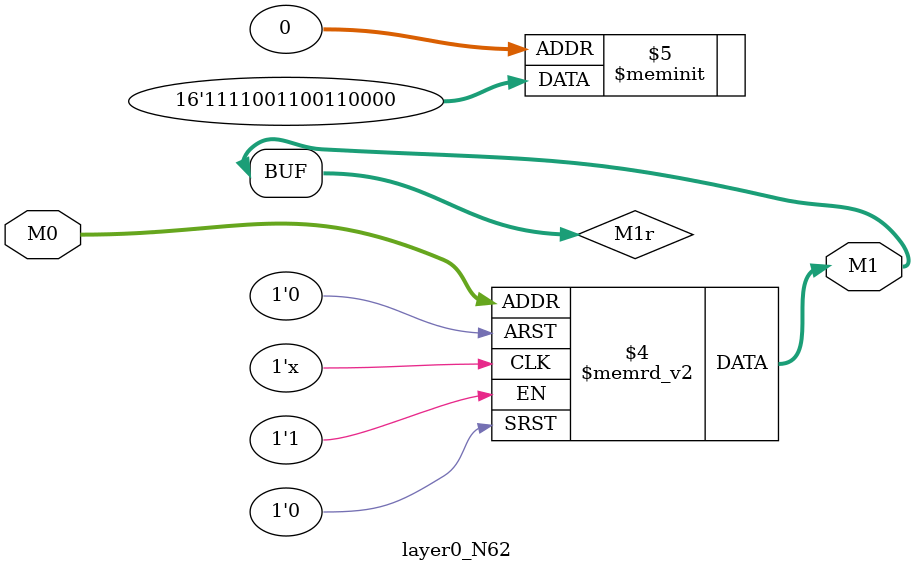
<source format=v>
module layer0_N62 ( input [2:0] M0, output [1:0] M1 );

	(*rom_style = "distributed" *) reg [1:0] M1r;
	assign M1 = M1r;
	always @ (M0) begin
		case (M0)
			3'b000: M1r = 2'b00;
			3'b100: M1r = 2'b11;
			3'b010: M1r = 2'b11;
			3'b110: M1r = 2'b11;
			3'b001: M1r = 2'b00;
			3'b101: M1r = 2'b00;
			3'b011: M1r = 2'b00;
			3'b111: M1r = 2'b11;

		endcase
	end
endmodule

</source>
